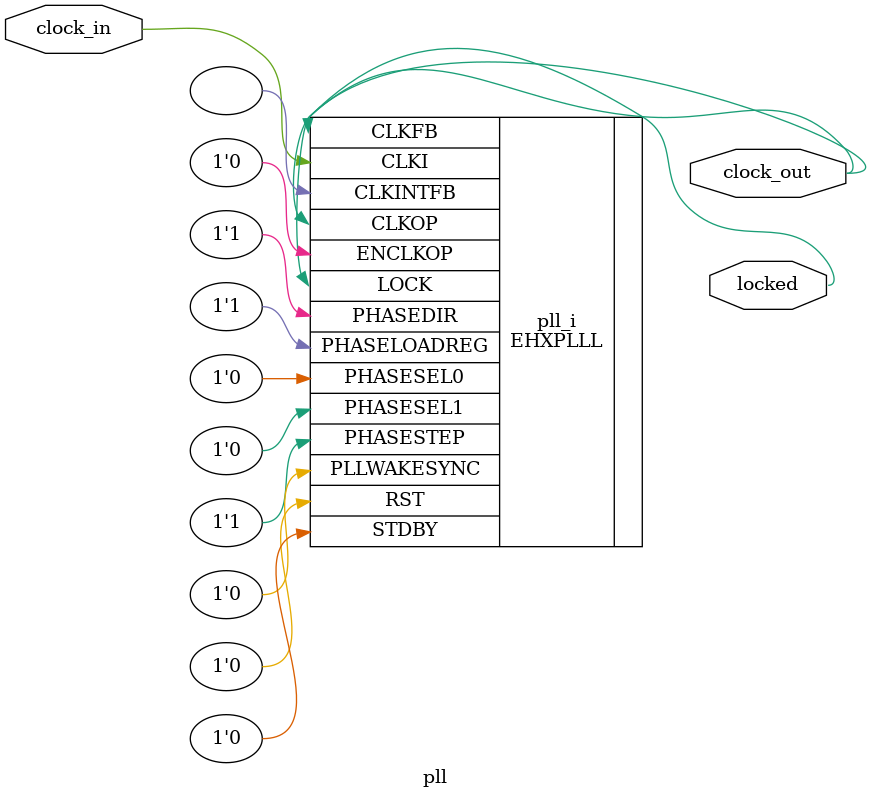
<source format=v>
module pll
(
    input clock_in, // 12 MHz, 0 deg
    output clock_out, // 100 MHz, 0 deg
    output locked
);
(* FREQUENCY_PIN_CLKI="12" *)
(* FREQUENCY_PIN_CLKOP="100" *)
(* ICP_CURRENT="12" *) (* LPF_RESISTOR="8" *) (* MFG_ENABLE_FILTEROPAMP="1" *) (* MFG_GMCREF_SEL="2" *)
EHXPLLL #(
        .PLLRST_ENA("DISABLED"),
        .INTFB_WAKE("DISABLED"),
        .STDBY_ENABLE("DISABLED"),
        .DPHASE_SOURCE("DISABLED"),
        .OUTDIVIDER_MUXA("DIVA"),
        .OUTDIVIDER_MUXB("DIVB"),
        .OUTDIVIDER_MUXC("DIVC"),
        .OUTDIVIDER_MUXD("DIVD"),
        .CLKI_DIV(3),
        .CLKOP_ENABLE("ENABLED"),
        .CLKOP_DIV(6),
        .CLKOP_CPHASE(2),
        .CLKOP_FPHASE(0),
        .FEEDBK_PATH("CLKOP"),
        .CLKFB_DIV(25)
    ) pll_i (
        .RST(1'b0),
        .STDBY(1'b0),
        .CLKI(clock_in),
        .CLKOP(clock_out),
        .CLKFB(clock_out),
        .CLKINTFB(),
        .PHASESEL0(1'b0),
        .PHASESEL1(1'b0),
        .PHASEDIR(1'b1),
        .PHASESTEP(1'b1),
        .PHASELOADREG(1'b1),
        .PLLWAKESYNC(1'b0),
        .ENCLKOP(1'b0),
        .LOCK(locked)
	);
endmodule

</source>
